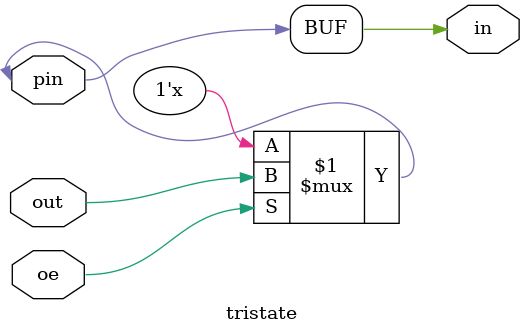
<source format=v>
`timescale 1ns / 1ps

module tristate(pin, in, out, oe);
    inout wire pin;
    output wire in;
    input wire out;
    input wire oe;

    assign in = pin;
    assign pin = oe ? out : 1'bz;
endmodule


</source>
